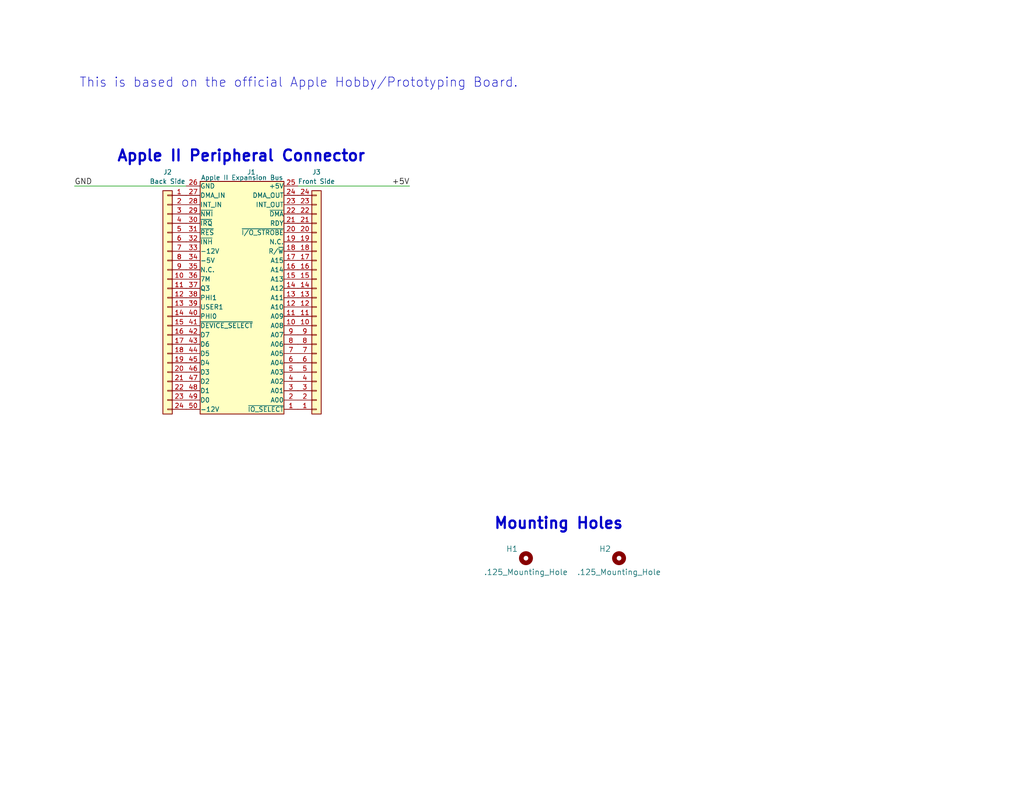
<source format=kicad_sch>
(kicad_sch (version 20230121) (generator eeschema)
  (paper "USLetter")
  (title_block (title "Apple Hobby/Prototyping Boad") (rev "A"))
  (lib_symbols
    (symbol "Apple II:Apple II Expansion Bus" (pin_names (offset 0.002))
      (property "Reference" "J1" (at 2.54 34.29 0))
      (property "Value" "Apple II Expansion Bus" (at 0 32.7914 0))
      (symbol "Apple II Expansion Bus_1_1"
        (rectangle (start -11.43 31.75) (end 11.43 -31.75) (stroke (width 0.254)) (fill (type background)))
        (pin output line (at -15.24 30.48 0) (length 3.81) (name "~{IO_SELECT}") (number "1"))
        (pin output line (at -15.24 7.62 0) (length 3.81) (name "A08") (number "10"))
        (pin output line (at -15.24 5.08 0) (length 3.81) (name "A09") (number "11"))
        (pin output line (at -15.24 2.54 0) (length 3.81) (name "A10") (number "12"))
        (pin output line (at -15.24 0 0) (length 3.81) (name "A11") (number "13"))
        (pin output line (at -15.24 -2.54 0) (length 3.81) (name "A12") (number "14"))
        (pin output line (at -15.24 -5.08 0) (length 3.81) (name "A13") (number "15"))
        (pin output line (at -15.24 -7.62 0) (length 3.81) (name "A14") (number "16"))
        (pin output line (at -15.24 -10.16 0) (length 3.81) (name "A15") (number "17"))
        (pin output line (at -15.24 -12.7 0) (length 3.81) (name "R/~{W}") (number "18"))
        (pin passive line (at -15.24 -15.24 0) (length 3.81) (name "N.C.") (number "19"))
        (pin output line (at -15.24 27.94 0) (length 3.81) (name "A00") (number "2"))
        (pin output line (at -15.24 -17.78 0) (length 3.81) (name "~{I/O_STROBE}") (number "20"))
        (pin input line (at -15.24 -20.32 0) (length 3.81) (name "RDY") (number "21"))
        (pin input line (at -15.24 -22.86 0) (length 3.81) (name "~{DMA}") (number "22"))
        (pin input line (at -15.24 -25.4 0) (length 3.81) (name "INT_OUT") (number "23"))
        (pin input line (at -15.24 -27.94 0) (length 3.81) (name "DMA_OUT") (number "24"))
        (pin power_out line (at -15.24 -30.48 0) (length 3.81) (name "+5V") (number "25"))
        (pin power_out line (at 15.24 -30.48 180) (length 3.81) (name "GND") (number "26"))
        (pin output line (at 15.24 -27.94 180) (length 3.81) (name "DMA_IN") (number "27"))
        (pin output line (at 15.24 -25.4 180) (length 3.81) (name "INT_IN") (number "28"))
        (pin input line (at 15.24 -22.86 180) (length 3.81) (name "~{NMI}") (number "29"))
        (pin output line (at -15.24 25.4 0) (length 3.81) (name "A01") (number "3"))
        (pin input line (at 15.24 -20.32 180) (length 3.81) (name "~{IRQ}") (number "30"))
        (pin bidirectional line (at 15.24 -17.78 180) (length 3.81) (name "~{RES}") (number "31"))
        (pin input line (at 15.24 -15.24 180) (length 3.81) (name "~{INH}") (number "32"))
        (pin power_out line (at 15.24 -12.7 180) (length 3.81) (name "-12V") (number "33"))
        (pin power_out line (at 15.24 -10.16 180) (length 3.81) (name "-5V") (number "34"))
        (pin passive line (at 15.24 -7.62 180) (length 3.81) (name "N.C.") (number "35"))
        (pin output line (at 15.24 -5.08 180) (length 3.81) (name "7M") (number "36"))
        (pin output line (at 15.24 -2.54 180) (length 3.81) (name "Q3") (number "37"))
        (pin output line (at 15.24 0 180) (length 3.81) (name "PHI1") (number "38"))
        (pin input line (at 15.24 2.54 180) (length 3.81) (name "USER1") (number "39"))
        (pin output line (at -15.24 22.86 0) (length 3.81) (name "A02") (number "4"))
        (pin output line (at 15.24 5.08 180) (length 3.81) (name "PHI0") (number "40"))
        (pin output line (at 15.24 7.62 180) (length 3.81) (name "~{DEVICE_SELECT}") (number "41"))
        (pin bidirectional line (at 15.24 10.16 180) (length 3.81) (name "D7") (number "42"))
        (pin bidirectional line (at 15.24 12.7 180) (length 3.81) (name "D6") (number "43"))
        (pin bidirectional line (at 15.24 15.24 180) (length 3.81) (name "D5") (number "44"))
        (pin bidirectional line (at 15.24 17.78 180) (length 3.81) (name "D4") (number "45"))
        (pin bidirectional line (at 15.24 20.32 180) (length 3.81) (name "D3") (number "46"))
        (pin bidirectional line (at 15.24 22.86 180) (length 3.81) (name "D2") (number "47"))
        (pin bidirectional line (at 15.24 25.4 180) (length 3.81) (name "D1") (number "48"))
        (pin bidirectional line (at 15.24 27.94 180) (length 3.81) (name "D0") (number "49"))
        (pin output line (at -15.24 20.32 0) (length 3.81) (name "A03") (number "5"))
        (pin power_out line (at 15.24 30.48 180) (length 3.81) (name "-12V") (number "50"))
        (pin output line (at -15.24 17.78 0) (length 3.81) (name "A04") (number "6"))
        (pin output line (at -15.24 15.24 0) (length 3.81) (name "A05") (number "7"))
        (pin output line (at -15.24 12.7 0) (length 3.81) (name "A06") (number "8"))
        (pin output line (at -15.24 10.16 0) (length 3.81) (name "A07") (number "9"))
      )
    )
    (symbol "Connector_Generic:Conn_01x24" (pin_names (offset 1.016) hide)
      (property "Reference" "J" (at 0 30.48 0))
      (property "Value" "Conn_01x24" (at 0 -33.02 0))
      (symbol "Conn_01x24_1_1"
        (rectangle (start -1.27 -30.353) (end 0 -30.607) (stroke (width 0.1524)))
        (rectangle (start -1.27 -27.813) (end 0 -28.067) (stroke (width 0.1524)))
        (rectangle (start -1.27 -25.273) (end 0 -25.527) (stroke (width 0.1524)))
        (rectangle (start -1.27 -22.733) (end 0 -22.987) (stroke (width 0.1524)))
        (rectangle (start -1.27 -20.193) (end 0 -20.447) (stroke (width 0.1524)))
        (rectangle (start -1.27 -17.653) (end 0 -17.907) (stroke (width 0.1524)))
        (rectangle (start -1.27 -15.113) (end 0 -15.367) (stroke (width 0.1524)))
        (rectangle (start -1.27 -12.573) (end 0 -12.827) (stroke (width 0.1524)))
        (rectangle (start -1.27 -10.033) (end 0 -10.287) (stroke (width 0.1524)))
        (rectangle (start -1.27 -7.493) (end 0 -7.747) (stroke (width 0.1524)))
        (rectangle (start -1.27 -4.953) (end 0 -5.207) (stroke (width 0.1524)))
        (rectangle (start -1.27 -2.413) (end 0 -2.667) (stroke (width 0.1524)))
        (rectangle (start -1.27 0.127) (end 0 -0.127) (stroke (width 0.1524)))
        (rectangle (start -1.27 2.667) (end 0 2.413) (stroke (width 0.1524)))
        (rectangle (start -1.27 5.207) (end 0 4.953) (stroke (width 0.1524)))
        (rectangle (start -1.27 7.747) (end 0 7.493) (stroke (width 0.1524)))
        (rectangle (start -1.27 10.287) (end 0 10.033) (stroke (width 0.1524)))
        (rectangle (start -1.27 12.827) (end 0 12.573) (stroke (width 0.1524)))
        (rectangle (start -1.27 15.367) (end 0 15.113) (stroke (width 0.1524)))
        (rectangle (start -1.27 17.907) (end 0 17.653) (stroke (width 0.1524)))
        (rectangle (start -1.27 20.447) (end 0 20.193) (stroke (width 0.1524)))
        (rectangle (start -1.27 22.987) (end 0 22.733) (stroke (width 0.1524)))
        (rectangle (start -1.27 25.527) (end 0 25.273) (stroke (width 0.1524)))
        (rectangle (start -1.27 28.067) (end 0 27.813) (stroke (width 0.1524)))
        (rectangle (start -1.27 29.21) (end 1.27 -31.75) (stroke (width 0.254)) (fill (type background)))
        (pin passive line (at -5.08 27.94 0) (length 3.81) (name "Pin_1") (number "1"))
        (pin passive line (at -5.08 5.08 0) (length 3.81) (name "Pin_10") (number "10"))
        (pin passive line (at -5.08 2.54 0) (length 3.81) (name "Pin_11") (number "11"))
        (pin passive line (at -5.08 0 0) (length 3.81) (name "Pin_12") (number "12"))
        (pin passive line (at -5.08 -2.54 0) (length 3.81) (name "Pin_13") (number "13"))
        (pin passive line (at -5.08 -5.08 0) (length 3.81) (name "Pin_14") (number "14"))
        (pin passive line (at -5.08 -7.62 0) (length 3.81) (name "Pin_15") (number "15"))
        (pin passive line (at -5.08 -10.16 0) (length 3.81) (name "Pin_16") (number "16"))
        (pin passive line (at -5.08 -12.7 0) (length 3.81) (name "Pin_17") (number "17"))
        (pin passive line (at -5.08 -15.24 0) (length 3.81) (name "Pin_18") (number "18"))
        (pin passive line (at -5.08 -17.78 0) (length 3.81) (name "Pin_19") (number "19"))
        (pin passive line (at -5.08 25.4 0) (length 3.81) (name "Pin_2") (number "2"))
        (pin passive line (at -5.08 -20.32 0) (length 3.81) (name "Pin_20") (number "20"))
        (pin passive line (at -5.08 -22.86 0) (length 3.81) (name "Pin_21") (number "21"))
        (pin passive line (at -5.08 -25.4 0) (length 3.81) (name "Pin_22") (number "22"))
        (pin passive line (at -5.08 -27.94 0) (length 3.81) (name "Pin_23") (number "23"))
        (pin passive line (at -5.08 -30.48 0) (length 3.81) (name "Pin_24") (number "24"))
        (pin passive line (at -5.08 22.86 0) (length 3.81) (name "Pin_3") (number "3"))
        (pin passive line (at -5.08 20.32 0) (length 3.81) (name "Pin_4") (number "4"))
        (pin passive line (at -5.08 17.78 0) (length 3.81) (name "Pin_5") (number "5"))
        (pin passive line (at -5.08 15.24 0) (length 3.81) (name "Pin_6") (number "6"))
        (pin passive line (at -5.08 12.7 0) (length 3.81) (name "Pin_7") (number "7"))
        (pin passive line (at -5.08 10.16 0) (length 3.81) (name "Pin_8") (number "8"))
        (pin passive line (at -5.08 7.62 0) (length 3.81) (name "Pin_9") (number "9"))
      )
    )
    (symbol "Mechanical:MountingHole" (pin_names (offset 1.016))
      (property "Reference" "H" (at 0 5.08 0))
      (property "Value" "MountingHole" (at 0 3.175 0))
      (symbol "MountingHole_0_1"
        (circle (center 0 0) (radius 1.27) (stroke (width 1.27)))
      )
    )
  )
  (wire (pts (xy 81.28 50.8) (xy 111.76 50.8)))
  (wire (pts (xy 20.32 50.8) (xy 50.8 50.8)))
  (text "This is based on the official Apple Hobby/Prototyping Board.\n" (at 21.59 24.13 0) (effects (font (size 2.54 2.54)) (justify left bottom)))
  (text "Apple II Peripheral Connector" (at 31.75 44.45 0) (effects (font (size 2.9972 2.9972) (thickness 0.5994) bold) (justify left bottom)))
  (text "Mounting Holes" (at 134.62 144.78 0) (effects (font (size 2.9972 2.9972) (thickness 0.5994) bold) (justify left bottom)))
  (label "GND" (at 20.32 50.8 0) (effects (font (size 1.524 1.524))))
  (label "+5V" (at 111.76 50.8 180) (effects (font (size 1.524 1.524))))
  (symbol (lib_id "Mechanical:MountingHole") (at 143.51 152.4 0) (unit 1)
    (property "Reference" "H1" (at 139.7 149.86 0) (effects (font (size 1.524 1.524))))
    (property "Value" ".125_Mounting_Hole" (at 143.51 156.21 0) (effects (font (size 1.524 1.524))))
    (property "Footprint" "project_footprints:NPTH_3mm_ID" (effects hide))
  )
  (symbol (lib_id "Mechanical:MountingHole") (at 168.91 152.4 0) (unit 1)
    (property "Reference" "H2" (at 165.1 149.86 0) (effects (font (size 1.524 1.524))))
    (property "Value" ".125_Mounting_Hole" (at 168.91 156.21 0) (effects (font (size 1.524 1.524))))
    (property "Footprint" "project_footprints:PTH_.125_ID" (effects hide))
  )
  (symbol (lib_id "Apple II:Apple II Expansion Bus") (at 66.04 81.28 180) (unit 1)
    (property "Reference" "J1" (at 68.58 46.99 0))
    (property "Value" "Apple II Expansion Bus" (at 66.04 48.4886 0))
    (property "Footprint" "Apple2:Apple II Expansion Edge Connector" (effects hide))
  )
  (symbol (lib_id "Connector_Generic:Conn_01x24") (at 86.36 83.82 0) (mirror x) (unit 1)
    (property "Reference" "J3" (at 86.36 46.99 0))
    (property "Value" "Front Side" (at 86.36 49.53 0))
    (property "Footprint" "Connector_PinHeader_2.54mm:PinHeader_1x24_P2.54mm_Vertical" (effects hide))
  )
  (symbol (lib_id "Connector_Generic:Conn_01x24") (at 45.72 81.28 0) (mirror y) (unit 1)
    (property "Reference" "J2" (at 45.72 46.99 0))
    (property "Value" "Back Side" (at 45.72 49.53 0))
    (property "Footprint" "Connector_PinHeader_2.54mm:PinHeader_1x24_P2.54mm_Vertical" (effects hide))
  )
)
</source>
